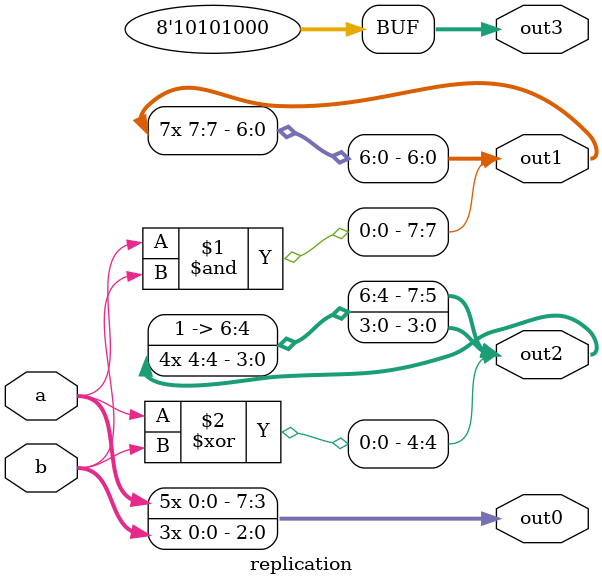
<source format=v>
module replication(
input a,b,
output [7:0]out0,out1,out2,out3);

assign out0 = {{5{a}},{3{b}}};
assign out1 = {8{a&b}};
assign out2 = {3'd7,{5{a^b}}};
assign out3 = {2'd2,5'd20,1'd0};

endmodule

</source>
